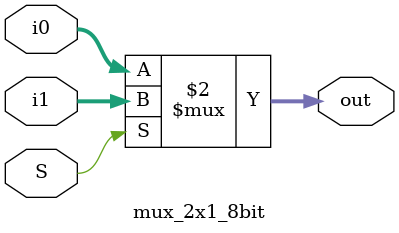
<source format=v>
`timescale 1ns / 1ps


module ALU(
    input [7:0] A,
    input [7:0] B,
    input [2:0] control, // ins 10 = a nýn hangi 4 biti //ins 11 == bnin hangi bitleri //ins 10 toplama mý çýkarma  mý
    output [7:0] ALU_out,
    output Cout
    );
    
    wire [3:0] A_bit;
    wire [3:0] B_bit;
    wire [7:0] M_8bit;
    wire [7:0] Sum;
    
    subtractor #(.N(8)) adderr(
        .A(A),
        .B(B),
        .Cin(control[2]),
        .Sum(Sum),
        .Cout(Cout)
    );
    mux_2x1_4bit A_Select(
        .S(control[2]),
        .i0(A[3:0]),
        .i1(A[7:4]),
        .out(A_bit)
    );
    mux_2x1_4bit B_Select(
        .S(control[1]),
        .i0(B[3:0]),
        .i1(B[7:4]),
        .out(B_bit)
    );
    Multiplier Multiply(
        .A(A_bit),
        .B(B_bit),
        .son(M_8bit)
    );
    mux_2x1_8bit ALU_mux(
        .S(control[0]),
        .i0(Sum),
        .i1(M_8bit),
        .out(ALU_out)
    );
endmodule

module mux_2x1_4bit(
    input S,
    input [3:0]i0,
    input [3:0] i1,
    output  [3:0] out
    );
    assign out = (S == 0 ? i0[3:0]: i1[3:0]);
endmodule

module mux_2x1_8bit(
    input S,
    input [7:0]i0,
    input [7:0] i1,
    output  [7:0] out
    );
    assign out = (S == 0 ? i0[7:0]: i1[7:0]);
endmodule




</source>
